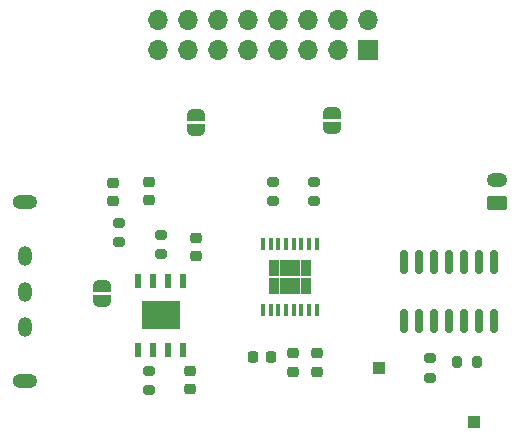
<source format=gbr>
%TF.GenerationSoftware,KiCad,Pcbnew,8.0.1*%
%TF.CreationDate,2024-04-21T22:45:41+02:00*%
%TF.ProjectId,PowerSubsystem2.0,506f7765-7253-4756-9273-797374656d32,v2*%
%TF.SameCoordinates,Original*%
%TF.FileFunction,Soldermask,Top*%
%TF.FilePolarity,Negative*%
%FSLAX46Y46*%
G04 Gerber Fmt 4.6, Leading zero omitted, Abs format (unit mm)*
G04 Created by KiCad (PCBNEW 8.0.1) date 2024-04-21 22:45:41*
%MOMM*%
%LPD*%
G01*
G04 APERTURE LIST*
G04 Aperture macros list*
%AMRoundRect*
0 Rectangle with rounded corners*
0 $1 Rounding radius*
0 $2 $3 $4 $5 $6 $7 $8 $9 X,Y pos of 4 corners*
0 Add a 4 corners polygon primitive as box body*
4,1,4,$2,$3,$4,$5,$6,$7,$8,$9,$2,$3,0*
0 Add four circle primitives for the rounded corners*
1,1,$1+$1,$2,$3*
1,1,$1+$1,$4,$5*
1,1,$1+$1,$6,$7*
1,1,$1+$1,$8,$9*
0 Add four rect primitives between the rounded corners*
20,1,$1+$1,$2,$3,$4,$5,0*
20,1,$1+$1,$4,$5,$6,$7,0*
20,1,$1+$1,$6,$7,$8,$9,0*
20,1,$1+$1,$8,$9,$2,$3,0*%
%AMFreePoly0*
4,1,19,0.000000,0.744911,0.071157,0.744911,0.207708,0.704816,0.327430,0.627875,0.420627,0.520320,0.479746,0.390866,0.500000,0.250000,0.500000,-0.250000,0.479746,-0.390866,0.420627,-0.520320,0.327430,-0.627875,0.207708,-0.704816,0.071157,-0.744911,0.000000,-0.744911,0.000000,-0.750000,-0.500000,-0.750000,-0.500000,0.750000,0.000000,0.750000,0.000000,0.744911,0.000000,0.744911,
$1*%
%AMFreePoly1*
4,1,19,0.500000,-0.750000,0.000000,-0.750000,0.000000,-0.744911,-0.071157,-0.744911,-0.207708,-0.704816,-0.327430,-0.627875,-0.420627,-0.520320,-0.479746,-0.390866,-0.500000,-0.250000,-0.500000,0.250000,-0.479746,0.390866,-0.420627,0.520320,-0.327430,0.627875,-0.207708,0.704816,-0.071157,0.744911,0.000000,0.744911,0.000000,0.750000,0.500000,0.750000,0.500000,-0.750000,0.500000,-0.750000,
$1*%
G04 Aperture macros list end*
%ADD10FreePoly0,90.000000*%
%ADD11FreePoly1,90.000000*%
%ADD12RoundRect,0.150000X0.150000X-0.825000X0.150000X0.825000X-0.150000X0.825000X-0.150000X-0.825000X0*%
%ADD13O,2.100000X1.200000*%
%ADD14O,1.200000X1.700000*%
%ADD15RoundRect,0.225000X-0.225000X-0.250000X0.225000X-0.250000X0.225000X0.250000X-0.225000X0.250000X0*%
%ADD16RoundRect,0.225000X-0.250000X0.225000X-0.250000X-0.225000X0.250000X-0.225000X0.250000X0.225000X0*%
%ADD17R,1.000000X1.000000*%
%ADD18RoundRect,0.200000X-0.275000X0.200000X-0.275000X-0.200000X0.275000X-0.200000X0.275000X0.200000X0*%
%ADD19RoundRect,0.200000X0.200000X0.275000X-0.200000X0.275000X-0.200000X-0.275000X0.200000X-0.275000X0*%
%ADD20R,0.895000X1.470000*%
%ADD21R,0.450000X1.050000*%
%ADD22R,3.300000X2.400000*%
%ADD23R,0.600000X1.200000*%
%ADD24RoundRect,0.225000X0.250000X-0.225000X0.250000X0.225000X-0.250000X0.225000X-0.250000X-0.225000X0*%
%ADD25RoundRect,0.218750X0.256250X-0.218750X0.256250X0.218750X-0.256250X0.218750X-0.256250X-0.218750X0*%
%ADD26O,1.750000X1.200000*%
%ADD27RoundRect,0.250000X0.625000X-0.350000X0.625000X0.350000X-0.625000X0.350000X-0.625000X-0.350000X0*%
%ADD28R,1.700000X1.700000*%
%ADD29O,1.700000X1.700000*%
G04 APERTURE END LIST*
D10*
%TO.C,JP3*%
X114000000Y-80000000D03*
D11*
X114000000Y-81300000D03*
%TD*%
D10*
%TO.C,JP2*%
X122000000Y-65500000D03*
D11*
X122000000Y-66800000D03*
%TD*%
D10*
%TO.C,JP1*%
X133500000Y-65350000D03*
D11*
X133500000Y-66650000D03*
%TD*%
D12*
%TO.C,U1*%
X139650000Y-82950000D03*
X140920000Y-82950000D03*
X142190000Y-82950000D03*
X143460000Y-82950000D03*
X144730000Y-82950000D03*
X146000000Y-82950000D03*
X147270000Y-82950000D03*
X147270000Y-78000000D03*
X146000000Y-78000000D03*
X144730000Y-78000000D03*
X143460000Y-78000000D03*
X142190000Y-78000000D03*
X140920000Y-78000000D03*
X139650000Y-78000000D03*
%TD*%
D13*
%TO.C,U5*%
X107500000Y-72900051D03*
X107500000Y-88099949D03*
D14*
X107500000Y-83500000D03*
X107500000Y-80500000D03*
X107500000Y-77500000D03*
%TD*%
D15*
%TO.C,C1*%
X128380000Y-86030000D03*
X126830000Y-86030000D03*
%TD*%
D16*
%TO.C,C2*%
X132237500Y-85715000D03*
X132237500Y-87265000D03*
%TD*%
%TO.C,C4*%
X121500000Y-88775000D03*
X121500000Y-87225000D03*
%TD*%
D17*
%TO.C,TP3*%
X145500000Y-91500000D03*
%TD*%
D18*
%TO.C,R3*%
X132000000Y-71175000D03*
X132000000Y-72825000D03*
%TD*%
D19*
%TO.C,R1*%
X145785000Y-86475000D03*
X144135000Y-86475000D03*
%TD*%
D20*
%TO.C,U2*%
X128605000Y-80000000D03*
X129500000Y-80000000D03*
X130395000Y-80000000D03*
X131290000Y-80000000D03*
X128605000Y-78530000D03*
X129500000Y-78530000D03*
X130395000Y-78530000D03*
X131290000Y-78530000D03*
D21*
X132222500Y-82040000D03*
X131572500Y-82040000D03*
X130922500Y-82040000D03*
X130272500Y-82040000D03*
X129622500Y-82040000D03*
X128972500Y-82040000D03*
X128322500Y-82040000D03*
X127672500Y-82040000D03*
X127672500Y-76490000D03*
X128322500Y-76490000D03*
X128972500Y-76490000D03*
X129622500Y-76490000D03*
X130272500Y-76490000D03*
X130922500Y-76490000D03*
X131572500Y-76490000D03*
X132222500Y-76490000D03*
%TD*%
D22*
%TO.C,U3*%
X119000000Y-82500000D03*
D23*
X117094996Y-79591694D03*
X118364999Y-79591694D03*
X119635001Y-79591694D03*
X120905004Y-79591694D03*
X120905004Y-85408306D03*
X119635001Y-85408306D03*
X118364999Y-85408306D03*
X117094996Y-85408306D03*
%TD*%
D24*
%TO.C,C3*%
X130237500Y-87265000D03*
X130237500Y-85715000D03*
%TD*%
D25*
%TO.C,D1*%
X118000000Y-72765000D03*
X118000000Y-71190000D03*
%TD*%
D26*
%TO.C,J2*%
X147450000Y-71000000D03*
D27*
X147450000Y-73000000D03*
%TD*%
D18*
%TO.C,R5*%
X119000000Y-75675000D03*
X119000000Y-77325000D03*
%TD*%
%TO.C,R7*%
X118000000Y-88825000D03*
X118000000Y-87175000D03*
%TD*%
D25*
%TO.C,D2*%
X115000000Y-72840000D03*
X115000000Y-71265000D03*
%TD*%
D18*
%TO.C,R6*%
X115500000Y-74675000D03*
X115500000Y-76325000D03*
%TD*%
D17*
%TO.C,TP1*%
X137500000Y-87000000D03*
%TD*%
D18*
%TO.C,R2*%
X141770000Y-87800000D03*
X141770000Y-86150000D03*
%TD*%
D16*
%TO.C,C5*%
X122000000Y-75950000D03*
X122000000Y-77500000D03*
%TD*%
D18*
%TO.C,R4*%
X128500000Y-71175000D03*
X128500000Y-72825000D03*
%TD*%
D28*
%TO.C,J1*%
X136580000Y-60040000D03*
D29*
X136580000Y-57500000D03*
X134040000Y-60040000D03*
X134040000Y-57500000D03*
X131500000Y-60040000D03*
X131500000Y-57500000D03*
X128960000Y-60040000D03*
X128960000Y-57500000D03*
X126420000Y-60040000D03*
X126420000Y-57500000D03*
X123880000Y-60040000D03*
X123880000Y-57500000D03*
X121340000Y-60040000D03*
X121340000Y-57500000D03*
X118800000Y-60040000D03*
X118800000Y-57500000D03*
%TD*%
M02*

</source>
